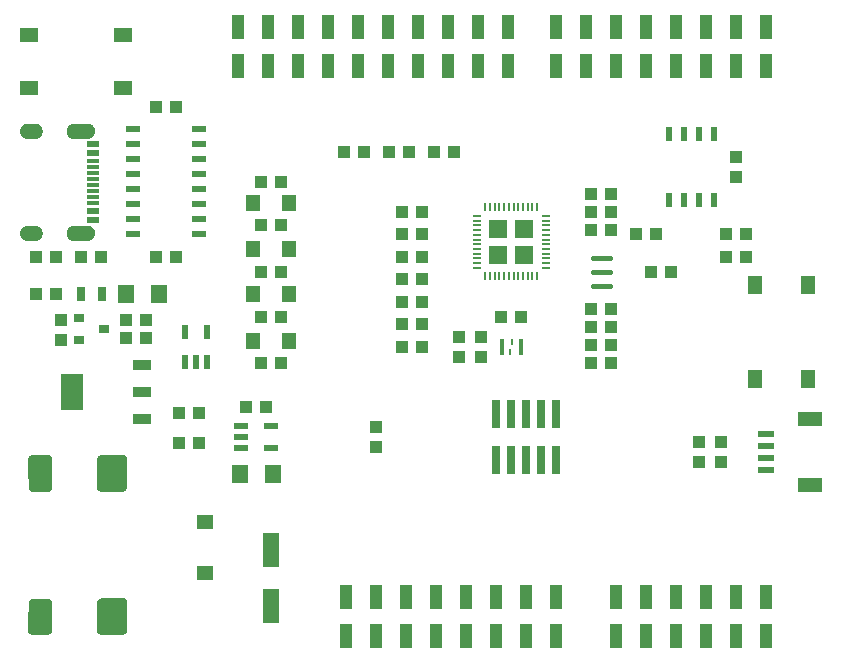
<source format=gtp>
G75*
%MOIN*%
%OFA0B0*%
%FSLAX25Y25*%
%IPPOS*%
%LPD*%
%AMOC8*
5,1,8,0,0,1.08239X$1,22.5*
%
%ADD10R,0.04331X0.03937*%
%ADD11R,0.05512X0.06299*%
%ADD12R,0.05512X0.11811*%
%ADD13R,0.03937X0.04331*%
%ADD14R,0.03543X0.03150*%
%ADD15R,0.06000X0.03200*%
%ADD16R,0.07500X0.12300*%
%ADD17R,0.03937X0.07874*%
%ADD18R,0.04724X0.05512*%
%ADD19R,0.05787X0.05000*%
%ADD20R,0.03150X0.04724*%
%ADD21C,0.02362*%
%ADD22C,0.00500*%
%ADD23R,0.04724X0.02165*%
%ADD24R,0.07874X0.04724*%
%ADD25R,0.05315X0.02362*%
%ADD26R,0.04724X0.02362*%
%ADD27R,0.02165X0.04724*%
%ADD28R,0.00787X0.02559*%
%ADD29R,0.02559X0.00787*%
%ADD30R,0.05906X0.05906*%
%ADD31R,0.02992X0.09449*%
%ADD32R,0.02362X0.04724*%
%ADD33R,0.05118X0.06102*%
%ADD34R,0.06102X0.05118*%
%ADD35C,0.01772*%
%ADD36R,0.00787X0.01969*%
%ADD37R,0.01575X0.05512*%
%ADD38R,0.04000X0.01181*%
%ADD39R,0.04000X0.02362*%
%ADD40R,0.04000X0.02165*%
%ADD41C,0.00039*%
D10*
X0133550Y0161522D03*
X0140243Y0161522D03*
X0140243Y0171522D03*
X0133550Y0171522D03*
X0156050Y0173522D03*
X0162743Y0173522D03*
X0161050Y0188022D03*
X0167743Y0188022D03*
X0167743Y0203522D03*
X0161050Y0203522D03*
X0161050Y0218522D03*
X0167743Y0218522D03*
X0167743Y0234022D03*
X0161050Y0234022D03*
X0161050Y0248522D03*
X0167743Y0248522D03*
X0188550Y0258522D03*
X0195243Y0258522D03*
X0203550Y0258522D03*
X0210243Y0258522D03*
X0218550Y0258522D03*
X0225243Y0258522D03*
X0214743Y0238522D03*
X0208050Y0238522D03*
X0208050Y0231022D03*
X0214743Y0231022D03*
X0214743Y0223522D03*
X0208050Y0223522D03*
X0208050Y0216022D03*
X0214743Y0216022D03*
X0214743Y0208522D03*
X0208050Y0208522D03*
X0208050Y0201022D03*
X0214743Y0201022D03*
X0214743Y0193522D03*
X0208050Y0193522D03*
X0241050Y0203522D03*
X0247743Y0203522D03*
X0271050Y0206022D03*
X0277743Y0206022D03*
X0277743Y0200022D03*
X0277743Y0194022D03*
X0271050Y0194022D03*
X0271050Y0200022D03*
X0271050Y0188022D03*
X0277743Y0188022D03*
X0291050Y0218522D03*
X0297743Y0218522D03*
X0292743Y0231022D03*
X0286050Y0231022D03*
X0277743Y0232522D03*
X0277743Y0238522D03*
X0271050Y0238522D03*
X0271050Y0232522D03*
X0271050Y0244522D03*
X0277743Y0244522D03*
X0316050Y0231022D03*
X0322743Y0231022D03*
X0322743Y0223522D03*
X0316050Y0223522D03*
X0132743Y0223522D03*
X0126050Y0223522D03*
X0107743Y0223522D03*
X0101050Y0223522D03*
X0092743Y0223522D03*
X0086050Y0223522D03*
X0086050Y0211022D03*
X0092743Y0211022D03*
X0116050Y0202522D03*
X0122743Y0202522D03*
X0122743Y0196522D03*
X0116050Y0196522D03*
X0126050Y0273522D03*
X0132743Y0273522D03*
D11*
X0126908Y0211022D03*
X0115885Y0211022D03*
X0153885Y0151022D03*
X0164908Y0151022D03*
D12*
X0164396Y0125971D03*
X0164396Y0107073D03*
D13*
X0199396Y0160176D03*
X0199396Y0166869D03*
X0226896Y0190176D03*
X0226896Y0196869D03*
X0234396Y0196869D03*
X0234396Y0190176D03*
X0306896Y0161869D03*
X0306896Y0155176D03*
X0314396Y0155176D03*
X0314396Y0161869D03*
X0319396Y0250176D03*
X0319396Y0256869D03*
X0094396Y0202369D03*
X0094396Y0195676D03*
D14*
X0100459Y0195782D03*
X0100459Y0203262D03*
X0108727Y0199522D03*
D15*
X0121286Y0187532D03*
X0121286Y0178522D03*
X0121286Y0169583D03*
D16*
X0097896Y0178522D03*
D17*
X0189396Y0110018D03*
X0199396Y0110018D03*
X0209396Y0110018D03*
X0219396Y0110018D03*
X0229396Y0110018D03*
X0239396Y0110018D03*
X0249396Y0110018D03*
X0259396Y0110018D03*
X0259396Y0097026D03*
X0249396Y0097026D03*
X0239396Y0097026D03*
X0229396Y0097026D03*
X0219396Y0097026D03*
X0209396Y0097026D03*
X0199396Y0097026D03*
X0189396Y0097026D03*
X0279396Y0097026D03*
X0289396Y0097026D03*
X0299396Y0097026D03*
X0309396Y0097026D03*
X0319396Y0097026D03*
X0329396Y0097026D03*
X0329396Y0110018D03*
X0319396Y0110018D03*
X0309396Y0110018D03*
X0299396Y0110018D03*
X0289396Y0110018D03*
X0279396Y0110018D03*
X0279396Y0287026D03*
X0269396Y0287026D03*
X0259396Y0287026D03*
X0243396Y0287026D03*
X0233396Y0287026D03*
X0223396Y0287026D03*
X0213396Y0287026D03*
X0203396Y0287026D03*
X0193396Y0287026D03*
X0183396Y0287026D03*
X0173396Y0287026D03*
X0163396Y0287026D03*
X0153396Y0287026D03*
X0153396Y0300018D03*
X0163396Y0300018D03*
X0173396Y0300018D03*
X0183396Y0300018D03*
X0193396Y0300018D03*
X0203396Y0300018D03*
X0213396Y0300018D03*
X0223396Y0300018D03*
X0233396Y0300018D03*
X0243396Y0300018D03*
X0259396Y0300018D03*
X0269396Y0300018D03*
X0279396Y0300018D03*
X0289396Y0300018D03*
X0299396Y0300018D03*
X0309396Y0300018D03*
X0319396Y0300018D03*
X0329396Y0300018D03*
X0329396Y0287026D03*
X0319396Y0287026D03*
X0309396Y0287026D03*
X0299396Y0287026D03*
X0289396Y0287026D03*
D18*
X0170302Y0241522D03*
X0158491Y0241522D03*
X0158491Y0226022D03*
X0170302Y0226022D03*
X0170302Y0211022D03*
X0158491Y0211022D03*
X0158491Y0195522D03*
X0170302Y0195522D03*
D19*
X0142396Y0134987D03*
X0142396Y0118058D03*
D20*
X0107940Y0211022D03*
X0100853Y0211022D03*
D21*
X0108656Y0146420D02*
X0114168Y0146420D01*
X0108656Y0146420D02*
X0108656Y0153506D01*
X0114168Y0153506D01*
X0114168Y0146420D01*
X0114168Y0148664D02*
X0108656Y0148664D01*
X0108656Y0150908D02*
X0114168Y0150908D01*
X0114168Y0153152D02*
X0108656Y0153152D01*
X0090152Y0146420D02*
X0084640Y0146420D01*
X0084640Y0153506D01*
X0090152Y0153506D01*
X0090152Y0146420D01*
X0090152Y0148664D02*
X0084640Y0148664D01*
X0084640Y0150908D02*
X0090152Y0150908D01*
X0090152Y0153152D02*
X0084640Y0153152D01*
X0084640Y0101538D02*
X0090152Y0101538D01*
X0084640Y0101538D02*
X0084640Y0108624D01*
X0090152Y0108624D01*
X0090152Y0101538D01*
X0090152Y0103782D02*
X0084640Y0103782D01*
X0084640Y0106026D02*
X0090152Y0106026D01*
X0090152Y0108270D02*
X0084640Y0108270D01*
X0108656Y0101538D02*
X0114168Y0101538D01*
X0108656Y0101538D02*
X0108656Y0108624D01*
X0114168Y0108624D01*
X0114168Y0101538D01*
X0114168Y0103782D02*
X0108656Y0103782D01*
X0108656Y0106026D02*
X0114168Y0106026D01*
X0114168Y0108270D02*
X0108656Y0108270D01*
D22*
X0084269Y0098011D02*
X0084050Y0098189D01*
X0083876Y0098410D01*
X0083755Y0098665D01*
X0083694Y0098940D01*
X0083696Y0099222D01*
X0083696Y0105222D01*
X0091096Y0105322D01*
X0091096Y0099522D01*
X0091103Y0099184D01*
X0091035Y0098852D01*
X0090894Y0098543D01*
X0090688Y0098274D01*
X0090427Y0098058D01*
X0090125Y0097904D01*
X0089796Y0097822D01*
X0084796Y0097822D01*
X0084522Y0097887D01*
X0084269Y0098011D01*
X0084273Y0098009D02*
X0090331Y0098009D01*
X0090866Y0098507D02*
X0083830Y0098507D01*
X0083695Y0099006D02*
X0091066Y0099006D01*
X0091097Y0099504D02*
X0083696Y0099504D01*
X0083696Y0100003D02*
X0091096Y0100003D01*
X0091096Y0100501D02*
X0083696Y0100501D01*
X0083696Y0101000D02*
X0091096Y0101000D01*
X0091096Y0101498D02*
X0083696Y0101498D01*
X0083696Y0101997D02*
X0091096Y0101997D01*
X0091096Y0102496D02*
X0083696Y0102496D01*
X0083696Y0102994D02*
X0091096Y0102994D01*
X0091096Y0103493D02*
X0083696Y0103493D01*
X0083696Y0103991D02*
X0091096Y0103991D01*
X0091096Y0104490D02*
X0083696Y0104490D01*
X0083696Y0104988D02*
X0091096Y0104988D01*
X0106696Y0104988D02*
X0116096Y0104988D01*
X0116096Y0104490D02*
X0106696Y0104490D01*
X0106696Y0103991D02*
X0116096Y0103991D01*
X0116096Y0103493D02*
X0106696Y0103493D01*
X0106696Y0102994D02*
X0116096Y0102994D01*
X0116096Y0102496D02*
X0106696Y0102496D01*
X0106696Y0101997D02*
X0116096Y0101997D01*
X0116096Y0101498D02*
X0106696Y0101498D01*
X0106696Y0101000D02*
X0116096Y0101000D01*
X0116096Y0100501D02*
X0106696Y0100501D01*
X0106696Y0100003D02*
X0116096Y0100003D01*
X0116096Y0099522D02*
X0116096Y0108106D01*
X0116058Y0108442D01*
X0115946Y0108761D01*
X0115765Y0109047D01*
X0115524Y0109285D01*
X0115237Y0109463D01*
X0114917Y0109572D01*
X0114580Y0109606D01*
X0108180Y0109538D01*
X0107849Y0109497D01*
X0107535Y0109385D01*
X0107254Y0109205D01*
X0107019Y0108968D01*
X0106843Y0108685D01*
X0106733Y0108370D01*
X0106696Y0108038D01*
X0106696Y0099222D01*
X0106694Y0098940D01*
X0106755Y0098665D01*
X0106876Y0098410D01*
X0107050Y0098189D01*
X0107269Y0098011D01*
X0107522Y0097887D01*
X0107796Y0097822D01*
X0114796Y0097822D01*
X0115125Y0097904D01*
X0115427Y0098058D01*
X0115688Y0098274D01*
X0115894Y0098543D01*
X0116035Y0098852D01*
X0116103Y0099184D01*
X0116096Y0099522D01*
X0116097Y0099504D02*
X0106696Y0099504D01*
X0106695Y0099006D02*
X0116066Y0099006D01*
X0115866Y0098507D02*
X0106830Y0098507D01*
X0107273Y0098009D02*
X0115331Y0098009D01*
X0116096Y0105487D02*
X0106696Y0105487D01*
X0106696Y0105985D02*
X0116096Y0105985D01*
X0116096Y0106484D02*
X0106696Y0106484D01*
X0106696Y0106982D02*
X0116096Y0106982D01*
X0116096Y0107481D02*
X0106696Y0107481D01*
X0106696Y0107979D02*
X0116096Y0107979D01*
X0116046Y0108478D02*
X0106771Y0108478D01*
X0107027Y0108976D02*
X0115810Y0108976D01*
X0115202Y0109475D02*
X0107786Y0109475D01*
X0108212Y0145438D02*
X0114612Y0145507D01*
X0114943Y0145547D01*
X0115257Y0145660D01*
X0115539Y0145839D01*
X0115773Y0146077D01*
X0115950Y0146360D01*
X0116059Y0146675D01*
X0116096Y0147006D01*
X0116096Y0155822D01*
X0116098Y0156104D01*
X0116038Y0156380D01*
X0115917Y0156634D01*
X0115743Y0156856D01*
X0115524Y0157033D01*
X0115271Y0157158D01*
X0114996Y0157222D01*
X0107996Y0157222D01*
X0107668Y0157140D01*
X0107365Y0156987D01*
X0107105Y0156770D01*
X0106899Y0156501D01*
X0106758Y0156193D01*
X0106689Y0155861D01*
X0106696Y0155522D01*
X0106696Y0146938D01*
X0106734Y0146602D01*
X0106847Y0146283D01*
X0107028Y0145998D01*
X0107268Y0145760D01*
X0107556Y0145582D01*
X0107876Y0145473D01*
X0108212Y0145438D01*
X0107161Y0145866D02*
X0115565Y0145866D01*
X0115951Y0146365D02*
X0106818Y0146365D01*
X0106705Y0146863D02*
X0116080Y0146863D01*
X0116096Y0147362D02*
X0106696Y0147362D01*
X0106696Y0147860D02*
X0116096Y0147860D01*
X0116096Y0148359D02*
X0106696Y0148359D01*
X0106696Y0148857D02*
X0116096Y0148857D01*
X0116096Y0149356D02*
X0106696Y0149356D01*
X0106696Y0149854D02*
X0116096Y0149854D01*
X0116096Y0150353D02*
X0106696Y0150353D01*
X0106696Y0150851D02*
X0116096Y0150851D01*
X0116096Y0151350D02*
X0106696Y0151350D01*
X0106696Y0151848D02*
X0116096Y0151848D01*
X0116096Y0152347D02*
X0106696Y0152347D01*
X0106696Y0152845D02*
X0116096Y0152845D01*
X0116096Y0153344D02*
X0106696Y0153344D01*
X0106696Y0153842D02*
X0116096Y0153842D01*
X0116096Y0154341D02*
X0106696Y0154341D01*
X0106696Y0154839D02*
X0116096Y0154839D01*
X0116096Y0155338D02*
X0106696Y0155338D01*
X0106690Y0155836D02*
X0116096Y0155836D01*
X0116048Y0156335D02*
X0106823Y0156335D01*
X0107180Y0156833D02*
X0115761Y0156833D01*
X0091098Y0156104D02*
X0091038Y0156380D01*
X0090917Y0156634D01*
X0090743Y0156856D01*
X0090524Y0157033D01*
X0090271Y0157158D01*
X0089996Y0157222D01*
X0084996Y0157222D01*
X0084668Y0157140D01*
X0084365Y0156987D01*
X0084105Y0156770D01*
X0083899Y0156501D01*
X0083758Y0156193D01*
X0083689Y0155861D01*
X0083696Y0155522D01*
X0083696Y0149722D01*
X0091096Y0149822D01*
X0091096Y0155822D01*
X0091098Y0156104D01*
X0091048Y0156335D02*
X0083823Y0156335D01*
X0083690Y0155836D02*
X0091096Y0155836D01*
X0091096Y0155338D02*
X0083696Y0155338D01*
X0083696Y0154839D02*
X0091096Y0154839D01*
X0091096Y0154341D02*
X0083696Y0154341D01*
X0083696Y0153842D02*
X0091096Y0153842D01*
X0091096Y0153344D02*
X0083696Y0153344D01*
X0083696Y0152845D02*
X0091096Y0152845D01*
X0091096Y0152347D02*
X0083696Y0152347D01*
X0083696Y0151848D02*
X0091096Y0151848D01*
X0091096Y0151350D02*
X0083696Y0151350D01*
X0083696Y0150851D02*
X0091096Y0150851D01*
X0091096Y0150353D02*
X0083696Y0150353D01*
X0083696Y0149854D02*
X0091096Y0149854D01*
X0090761Y0156833D02*
X0084180Y0156833D01*
D23*
X0154278Y0159782D03*
X0154278Y0163522D03*
X0154278Y0167262D03*
X0164515Y0167262D03*
X0164515Y0159782D03*
D24*
X0343865Y0169546D03*
X0343865Y0147499D03*
D25*
X0329396Y0152617D03*
X0329396Y0156554D03*
X0329396Y0160491D03*
X0329396Y0164428D03*
D26*
X0140420Y0231022D03*
X0140420Y0236022D03*
X0140420Y0241022D03*
X0140420Y0246022D03*
X0140420Y0251022D03*
X0140420Y0256022D03*
X0140420Y0261022D03*
X0140420Y0266022D03*
X0118373Y0266022D03*
X0118373Y0261022D03*
X0118373Y0256022D03*
X0118373Y0251022D03*
X0118373Y0246022D03*
X0118373Y0241022D03*
X0118373Y0236022D03*
X0118373Y0231022D03*
D27*
X0135656Y0198641D03*
X0143136Y0198641D03*
X0143136Y0188404D03*
X0139396Y0188404D03*
X0135656Y0188404D03*
D28*
X0235735Y0217007D03*
X0237310Y0217007D03*
X0238885Y0217007D03*
X0240459Y0217007D03*
X0242034Y0217007D03*
X0243609Y0217007D03*
X0245184Y0217007D03*
X0246759Y0217007D03*
X0248333Y0217007D03*
X0249908Y0217007D03*
X0251483Y0217007D03*
X0253058Y0217007D03*
X0253058Y0240038D03*
X0251483Y0240038D03*
X0249908Y0240038D03*
X0248333Y0240038D03*
X0246759Y0240038D03*
X0245184Y0240038D03*
X0243609Y0240038D03*
X0242034Y0240038D03*
X0240459Y0240038D03*
X0238885Y0240038D03*
X0237310Y0240038D03*
X0235735Y0240038D03*
D29*
X0232881Y0237184D03*
X0232881Y0235609D03*
X0232881Y0234034D03*
X0232881Y0232459D03*
X0232881Y0230885D03*
X0232881Y0229310D03*
X0232881Y0227735D03*
X0232881Y0226160D03*
X0232881Y0224585D03*
X0232881Y0223010D03*
X0232881Y0221436D03*
X0232881Y0219861D03*
X0255912Y0219861D03*
X0255912Y0221436D03*
X0255912Y0223010D03*
X0255912Y0224585D03*
X0255912Y0226160D03*
X0255912Y0227735D03*
X0255912Y0229310D03*
X0255912Y0230885D03*
X0255912Y0232459D03*
X0255912Y0234034D03*
X0255912Y0235609D03*
X0255912Y0237184D03*
D30*
X0248825Y0232951D03*
X0239967Y0232951D03*
X0239967Y0224093D03*
X0248825Y0224093D03*
D31*
X0249396Y0171199D03*
X0244396Y0171199D03*
X0239396Y0171199D03*
X0254396Y0171199D03*
X0259396Y0171199D03*
X0259396Y0155845D03*
X0254396Y0155845D03*
X0249396Y0155845D03*
X0244396Y0155845D03*
X0239396Y0155845D03*
D32*
X0296896Y0242499D03*
X0301896Y0242499D03*
X0306896Y0242499D03*
X0311896Y0242499D03*
X0311896Y0264546D03*
X0306896Y0264546D03*
X0301896Y0264546D03*
X0296896Y0264546D03*
D33*
X0325538Y0214172D03*
X0343255Y0214172D03*
X0343255Y0182873D03*
X0325538Y0182873D03*
D34*
X0115046Y0279664D03*
X0115046Y0297381D03*
X0083747Y0297381D03*
X0083747Y0279664D03*
D35*
X0271532Y0223247D02*
X0277260Y0223247D01*
X0277260Y0218522D02*
X0271532Y0218522D01*
X0271532Y0213798D02*
X0277260Y0213798D01*
D36*
X0244790Y0195294D03*
X0244003Y0191751D03*
D37*
X0241247Y0193522D03*
X0247546Y0193522D03*
D38*
X0105003Y0241633D03*
X0105003Y0243601D03*
X0105003Y0245570D03*
X0105003Y0247538D03*
X0105003Y0249507D03*
X0105003Y0251475D03*
X0105003Y0253444D03*
X0105003Y0255412D03*
D39*
X0105003Y0261219D03*
X0105003Y0235825D03*
D40*
X0105003Y0238877D03*
X0105003Y0258168D03*
D41*
X0103578Y0263229D02*
X0103136Y0263168D01*
X0098412Y0263168D01*
X0097913Y0263249D01*
X0097445Y0263438D01*
X0097030Y0263727D01*
X0096691Y0264101D01*
X0096443Y0264542D01*
X0096299Y0265026D01*
X0096266Y0265530D01*
X0096299Y0266034D01*
X0105280Y0266034D01*
X0105290Y0265996D02*
X0096296Y0265996D01*
X0096294Y0265958D02*
X0105296Y0265958D01*
X0105295Y0265975D02*
X0105322Y0265530D01*
X0105295Y0265085D01*
X0105182Y0264653D01*
X0104988Y0264252D01*
X0104718Y0263897D01*
X0104385Y0263600D01*
X0104000Y0263375D01*
X0103578Y0263229D01*
X0103584Y0263231D02*
X0098022Y0263231D01*
X0097863Y0263269D02*
X0103694Y0263269D01*
X0103803Y0263307D02*
X0097770Y0263307D01*
X0097676Y0263345D02*
X0103912Y0263345D01*
X0104013Y0263382D02*
X0097582Y0263382D01*
X0097489Y0263420D02*
X0104077Y0263420D01*
X0104142Y0263458D02*
X0097416Y0263458D01*
X0097362Y0263496D02*
X0104207Y0263496D01*
X0104271Y0263534D02*
X0097307Y0263534D01*
X0097253Y0263572D02*
X0104336Y0263572D01*
X0104395Y0263610D02*
X0097199Y0263610D01*
X0097144Y0263648D02*
X0104438Y0263648D01*
X0104481Y0263686D02*
X0097090Y0263686D01*
X0097036Y0263723D02*
X0104523Y0263723D01*
X0104566Y0263761D02*
X0096999Y0263761D01*
X0096965Y0263799D02*
X0104609Y0263799D01*
X0104651Y0263837D02*
X0096931Y0263837D01*
X0096896Y0263875D02*
X0104694Y0263875D01*
X0104731Y0263913D02*
X0096862Y0263913D01*
X0096827Y0263951D02*
X0104759Y0263951D01*
X0104788Y0263989D02*
X0096793Y0263989D01*
X0096759Y0264026D02*
X0104817Y0264026D01*
X0104845Y0264064D02*
X0096724Y0264064D01*
X0096690Y0264102D02*
X0104874Y0264102D01*
X0104903Y0264140D02*
X0096669Y0264140D01*
X0096647Y0264178D02*
X0104931Y0264178D01*
X0104960Y0264216D02*
X0096626Y0264216D01*
X0096605Y0264254D02*
X0104988Y0264254D01*
X0105007Y0264292D02*
X0096583Y0264292D01*
X0096562Y0264330D02*
X0105025Y0264330D01*
X0105044Y0264367D02*
X0096541Y0264367D01*
X0096519Y0264405D02*
X0105062Y0264405D01*
X0105080Y0264443D02*
X0096498Y0264443D01*
X0096477Y0264481D02*
X0105099Y0264481D01*
X0105117Y0264519D02*
X0096455Y0264519D01*
X0096438Y0264557D02*
X0105135Y0264557D01*
X0105154Y0264595D02*
X0096427Y0264595D01*
X0096416Y0264633D02*
X0105172Y0264633D01*
X0105187Y0264670D02*
X0096404Y0264670D01*
X0096393Y0264708D02*
X0105197Y0264708D01*
X0105207Y0264746D02*
X0096382Y0264746D01*
X0096371Y0264784D02*
X0105217Y0264784D01*
X0105226Y0264822D02*
X0096359Y0264822D01*
X0096348Y0264860D02*
X0105236Y0264860D01*
X0105246Y0264898D02*
X0096337Y0264898D01*
X0096326Y0264936D02*
X0105256Y0264936D01*
X0105266Y0264974D02*
X0096314Y0264974D01*
X0096303Y0265011D02*
X0105276Y0265011D01*
X0105286Y0265049D02*
X0096297Y0265049D01*
X0096295Y0265087D02*
X0105295Y0265087D01*
X0105298Y0265125D02*
X0096292Y0265125D01*
X0096290Y0265163D02*
X0105300Y0265163D01*
X0105302Y0265201D02*
X0096288Y0265201D01*
X0096285Y0265239D02*
X0105304Y0265239D01*
X0105306Y0265277D02*
X0096283Y0265277D01*
X0096280Y0265314D02*
X0105309Y0265314D01*
X0105311Y0265352D02*
X0096278Y0265352D01*
X0096275Y0265390D02*
X0105313Y0265390D01*
X0105315Y0265428D02*
X0096273Y0265428D01*
X0096271Y0265466D02*
X0105318Y0265466D01*
X0105320Y0265504D02*
X0096268Y0265504D01*
X0096267Y0265542D02*
X0105321Y0265542D01*
X0105319Y0265580D02*
X0096270Y0265580D01*
X0096272Y0265617D02*
X0105316Y0265617D01*
X0105314Y0265655D02*
X0096274Y0265655D01*
X0096277Y0265693D02*
X0105312Y0265693D01*
X0105310Y0265731D02*
X0096279Y0265731D01*
X0096282Y0265769D02*
X0105307Y0265769D01*
X0105305Y0265807D02*
X0096284Y0265807D01*
X0096287Y0265845D02*
X0105303Y0265845D01*
X0105301Y0265883D02*
X0096289Y0265883D01*
X0096291Y0265921D02*
X0105298Y0265921D01*
X0105295Y0265975D02*
X0105182Y0266407D01*
X0104988Y0266808D01*
X0104718Y0267164D01*
X0104385Y0267460D01*
X0104000Y0267685D01*
X0103578Y0267831D01*
X0103136Y0267892D01*
X0098412Y0267892D01*
X0097913Y0267812D01*
X0097445Y0267622D01*
X0097030Y0267333D01*
X0096691Y0266959D01*
X0096443Y0266519D01*
X0096299Y0266034D01*
X0096310Y0266072D02*
X0105270Y0266072D01*
X0105260Y0266110D02*
X0096321Y0266110D01*
X0096332Y0266148D02*
X0105250Y0266148D01*
X0105240Y0266186D02*
X0096344Y0266186D01*
X0096355Y0266224D02*
X0105230Y0266224D01*
X0105220Y0266261D02*
X0096366Y0266261D01*
X0096377Y0266299D02*
X0105210Y0266299D01*
X0105201Y0266337D02*
X0096389Y0266337D01*
X0096400Y0266375D02*
X0105191Y0266375D01*
X0105179Y0266413D02*
X0096411Y0266413D01*
X0096422Y0266451D02*
X0105161Y0266451D01*
X0105143Y0266489D02*
X0096434Y0266489D01*
X0096447Y0266527D02*
X0105124Y0266527D01*
X0105106Y0266565D02*
X0096468Y0266565D01*
X0096490Y0266602D02*
X0105087Y0266602D01*
X0105069Y0266640D02*
X0096511Y0266640D01*
X0096532Y0266678D02*
X0105051Y0266678D01*
X0105032Y0266716D02*
X0096554Y0266716D01*
X0096575Y0266754D02*
X0105014Y0266754D01*
X0104996Y0266792D02*
X0096596Y0266792D01*
X0096618Y0266830D02*
X0104971Y0266830D01*
X0104943Y0266868D02*
X0096639Y0266868D01*
X0096660Y0266905D02*
X0104914Y0266905D01*
X0104885Y0266943D02*
X0096682Y0266943D01*
X0096711Y0266981D02*
X0104857Y0266981D01*
X0104828Y0267019D02*
X0096745Y0267019D01*
X0096780Y0267057D02*
X0104799Y0267057D01*
X0104770Y0267095D02*
X0096814Y0267095D01*
X0096848Y0267133D02*
X0104742Y0267133D01*
X0104711Y0267171D02*
X0096883Y0267171D01*
X0096917Y0267209D02*
X0104668Y0267209D01*
X0104625Y0267246D02*
X0096952Y0267246D01*
X0096986Y0267284D02*
X0104583Y0267284D01*
X0104540Y0267322D02*
X0097020Y0267322D01*
X0097069Y0267360D02*
X0104497Y0267360D01*
X0104455Y0267398D02*
X0097123Y0267398D01*
X0097178Y0267436D02*
X0104412Y0267436D01*
X0104361Y0267474D02*
X0097232Y0267474D01*
X0097286Y0267512D02*
X0104297Y0267512D01*
X0104232Y0267549D02*
X0097341Y0267549D01*
X0097395Y0267587D02*
X0104167Y0267587D01*
X0104103Y0267625D02*
X0097452Y0267625D01*
X0097546Y0267663D02*
X0104038Y0267663D01*
X0103955Y0267701D02*
X0097639Y0267701D01*
X0097733Y0267739D02*
X0103846Y0267739D01*
X0103736Y0267777D02*
X0097827Y0267777D01*
X0097931Y0267815D02*
X0103627Y0267815D01*
X0103426Y0267852D02*
X0098165Y0267852D01*
X0098400Y0267890D02*
X0103151Y0267890D01*
X0103318Y0263193D02*
X0098257Y0263193D01*
X0087833Y0265068D02*
X0087696Y0264623D01*
X0087475Y0264214D01*
X0087179Y0263856D01*
X0086818Y0263562D01*
X0086407Y0263345D01*
X0085962Y0263212D01*
X0085499Y0263168D01*
X0083136Y0263168D01*
X0082678Y0263215D01*
X0082237Y0263351D01*
X0081831Y0263570D01*
X0081476Y0263864D01*
X0081185Y0264222D01*
X0080969Y0264629D01*
X0080837Y0265071D01*
X0080794Y0265530D01*
X0080851Y0266054D01*
X0081023Y0266552D01*
X0081301Y0266999D01*
X0081672Y0267373D01*
X0082117Y0267655D01*
X0082613Y0267831D01*
X0083136Y0267892D01*
X0085499Y0267892D01*
X0086027Y0267835D01*
X0086529Y0267662D01*
X0086980Y0267381D01*
X0087357Y0267007D01*
X0087641Y0266558D01*
X0087819Y0266058D01*
X0087881Y0265530D01*
X0087833Y0265068D01*
X0087835Y0265087D02*
X0080836Y0265087D01*
X0080832Y0265125D02*
X0087839Y0265125D01*
X0087843Y0265163D02*
X0080829Y0265163D01*
X0080825Y0265201D02*
X0087847Y0265201D01*
X0087851Y0265239D02*
X0080821Y0265239D01*
X0080818Y0265277D02*
X0087855Y0265277D01*
X0087858Y0265314D02*
X0080814Y0265314D01*
X0080811Y0265352D02*
X0087862Y0265352D01*
X0087866Y0265390D02*
X0080807Y0265390D01*
X0080804Y0265428D02*
X0087870Y0265428D01*
X0087874Y0265466D02*
X0080800Y0265466D01*
X0080796Y0265504D02*
X0087878Y0265504D01*
X0087879Y0265542D02*
X0080795Y0265542D01*
X0080799Y0265580D02*
X0087875Y0265580D01*
X0087870Y0265617D02*
X0080803Y0265617D01*
X0080808Y0265655D02*
X0087866Y0265655D01*
X0087862Y0265693D02*
X0080812Y0265693D01*
X0080816Y0265731D02*
X0087857Y0265731D01*
X0087853Y0265769D02*
X0080820Y0265769D01*
X0080824Y0265807D02*
X0087848Y0265807D01*
X0087844Y0265845D02*
X0080828Y0265845D01*
X0080832Y0265883D02*
X0087839Y0265883D01*
X0087835Y0265921D02*
X0080836Y0265921D01*
X0080840Y0265958D02*
X0087831Y0265958D01*
X0087826Y0265996D02*
X0080845Y0265996D01*
X0080849Y0266034D02*
X0087822Y0266034D01*
X0087814Y0266072D02*
X0080857Y0266072D01*
X0080870Y0266110D02*
X0087800Y0266110D01*
X0087787Y0266148D02*
X0080883Y0266148D01*
X0080896Y0266186D02*
X0087774Y0266186D01*
X0087760Y0266224D02*
X0080909Y0266224D01*
X0080922Y0266261D02*
X0087747Y0266261D01*
X0087733Y0266299D02*
X0080935Y0266299D01*
X0080949Y0266337D02*
X0087720Y0266337D01*
X0087706Y0266375D02*
X0080962Y0266375D01*
X0080975Y0266413D02*
X0087693Y0266413D01*
X0087680Y0266451D02*
X0080988Y0266451D01*
X0081001Y0266489D02*
X0087666Y0266489D01*
X0087653Y0266527D02*
X0081014Y0266527D01*
X0081031Y0266565D02*
X0087638Y0266565D01*
X0087613Y0266602D02*
X0081054Y0266602D01*
X0081078Y0266640D02*
X0087589Y0266640D01*
X0087565Y0266678D02*
X0081101Y0266678D01*
X0081125Y0266716D02*
X0087541Y0266716D01*
X0087517Y0266754D02*
X0081148Y0266754D01*
X0081172Y0266792D02*
X0087493Y0266792D01*
X0087469Y0266830D02*
X0081196Y0266830D01*
X0081219Y0266868D02*
X0087445Y0266868D01*
X0087421Y0266905D02*
X0081243Y0266905D01*
X0081266Y0266943D02*
X0087397Y0266943D01*
X0087373Y0266981D02*
X0081290Y0266981D01*
X0081321Y0267019D02*
X0087345Y0267019D01*
X0087306Y0267057D02*
X0081359Y0267057D01*
X0081396Y0267095D02*
X0087268Y0267095D01*
X0087230Y0267133D02*
X0081434Y0267133D01*
X0081471Y0267171D02*
X0087192Y0267171D01*
X0087154Y0267209D02*
X0081509Y0267209D01*
X0081546Y0267246D02*
X0087116Y0267246D01*
X0087077Y0267284D02*
X0081584Y0267284D01*
X0081621Y0267322D02*
X0087039Y0267322D01*
X0087001Y0267360D02*
X0081659Y0267360D01*
X0081711Y0267398D02*
X0086953Y0267398D01*
X0086892Y0267436D02*
X0081771Y0267436D01*
X0081831Y0267474D02*
X0086831Y0267474D01*
X0086770Y0267512D02*
X0081890Y0267512D01*
X0081950Y0267549D02*
X0086709Y0267549D01*
X0086648Y0267587D02*
X0082010Y0267587D01*
X0082070Y0267625D02*
X0086588Y0267625D01*
X0086525Y0267663D02*
X0082139Y0267663D01*
X0082246Y0267701D02*
X0086415Y0267701D01*
X0086306Y0267739D02*
X0082353Y0267739D01*
X0082460Y0267777D02*
X0086196Y0267777D01*
X0086086Y0267815D02*
X0082566Y0267815D01*
X0082795Y0267852D02*
X0085866Y0267852D01*
X0085517Y0267890D02*
X0083119Y0267890D01*
X0080844Y0265049D02*
X0087827Y0265049D01*
X0087816Y0265011D02*
X0080855Y0265011D01*
X0080866Y0264974D02*
X0087804Y0264974D01*
X0087792Y0264936D02*
X0080878Y0264936D01*
X0080889Y0264898D02*
X0087781Y0264898D01*
X0087769Y0264860D02*
X0080900Y0264860D01*
X0080912Y0264822D02*
X0087757Y0264822D01*
X0087746Y0264784D02*
X0080923Y0264784D01*
X0080934Y0264746D02*
X0087734Y0264746D01*
X0087722Y0264708D02*
X0080946Y0264708D01*
X0080957Y0264670D02*
X0087711Y0264670D01*
X0087699Y0264633D02*
X0080968Y0264633D01*
X0080988Y0264595D02*
X0087681Y0264595D01*
X0087660Y0264557D02*
X0081008Y0264557D01*
X0081028Y0264519D02*
X0087640Y0264519D01*
X0087620Y0264481D02*
X0081048Y0264481D01*
X0081068Y0264443D02*
X0087599Y0264443D01*
X0087579Y0264405D02*
X0081088Y0264405D01*
X0081108Y0264367D02*
X0087558Y0264367D01*
X0087538Y0264330D02*
X0081128Y0264330D01*
X0081148Y0264292D02*
X0087517Y0264292D01*
X0087497Y0264254D02*
X0081168Y0264254D01*
X0081190Y0264216D02*
X0087476Y0264216D01*
X0087446Y0264178D02*
X0081220Y0264178D01*
X0081251Y0264140D02*
X0087414Y0264140D01*
X0087383Y0264102D02*
X0081282Y0264102D01*
X0081313Y0264064D02*
X0087352Y0264064D01*
X0087320Y0264026D02*
X0081344Y0264026D01*
X0081375Y0263989D02*
X0087289Y0263989D01*
X0087257Y0263951D02*
X0081405Y0263951D01*
X0081436Y0263913D02*
X0087226Y0263913D01*
X0087195Y0263875D02*
X0081467Y0263875D01*
X0081508Y0263837D02*
X0087156Y0263837D01*
X0087109Y0263799D02*
X0081554Y0263799D01*
X0081600Y0263761D02*
X0087063Y0263761D01*
X0087016Y0263723D02*
X0081646Y0263723D01*
X0081692Y0263686D02*
X0086970Y0263686D01*
X0086923Y0263648D02*
X0081737Y0263648D01*
X0081783Y0263610D02*
X0086877Y0263610D01*
X0086830Y0263572D02*
X0081829Y0263572D01*
X0081898Y0263534D02*
X0086765Y0263534D01*
X0086693Y0263496D02*
X0081968Y0263496D01*
X0082038Y0263458D02*
X0086622Y0263458D01*
X0086550Y0263420D02*
X0082108Y0263420D01*
X0082178Y0263382D02*
X0086478Y0263382D01*
X0086407Y0263345D02*
X0082257Y0263345D01*
X0082380Y0263307D02*
X0086280Y0263307D01*
X0086153Y0263269D02*
X0082503Y0263269D01*
X0082626Y0263231D02*
X0086026Y0263231D01*
X0085765Y0263193D02*
X0082892Y0263193D01*
X0083136Y0233877D02*
X0082613Y0233815D01*
X0082117Y0233639D01*
X0081672Y0233357D01*
X0081301Y0232983D01*
X0081023Y0232536D01*
X0080851Y0232038D01*
X0080794Y0231514D01*
X0080837Y0231055D01*
X0080969Y0230613D01*
X0081185Y0230206D01*
X0081476Y0229848D01*
X0081831Y0229554D01*
X0082237Y0229335D01*
X0082678Y0229199D01*
X0083136Y0229152D01*
X0085499Y0229152D01*
X0085962Y0229196D01*
X0086407Y0229329D01*
X0086818Y0229547D01*
X0087179Y0229840D01*
X0087475Y0230198D01*
X0087696Y0230607D01*
X0087833Y0231052D01*
X0087881Y0231514D01*
X0087819Y0232042D01*
X0087641Y0232543D01*
X0087357Y0232991D01*
X0086980Y0233365D01*
X0086529Y0233646D01*
X0086027Y0233819D01*
X0085499Y0233877D01*
X0083136Y0233877D01*
X0083104Y0233873D02*
X0085533Y0233873D01*
X0085882Y0233835D02*
X0082780Y0233835D01*
X0082562Y0233797D02*
X0086091Y0233797D01*
X0086201Y0233759D02*
X0082455Y0233759D01*
X0082348Y0233721D02*
X0086311Y0233721D01*
X0086420Y0233683D02*
X0082241Y0233683D01*
X0082134Y0233646D02*
X0086530Y0233646D01*
X0086590Y0233608D02*
X0082067Y0233608D01*
X0082007Y0233570D02*
X0086651Y0233570D01*
X0086712Y0233532D02*
X0081947Y0233532D01*
X0081888Y0233494D02*
X0086773Y0233494D01*
X0086834Y0233456D02*
X0081828Y0233456D01*
X0081768Y0233418D02*
X0086895Y0233418D01*
X0086955Y0233380D02*
X0081708Y0233380D01*
X0081657Y0233343D02*
X0087003Y0233343D01*
X0087041Y0233305D02*
X0081620Y0233305D01*
X0081582Y0233267D02*
X0087079Y0233267D01*
X0087117Y0233229D02*
X0081545Y0233229D01*
X0081507Y0233191D02*
X0087155Y0233191D01*
X0087194Y0233153D02*
X0081470Y0233153D01*
X0081432Y0233115D02*
X0087232Y0233115D01*
X0087270Y0233077D02*
X0081394Y0233077D01*
X0081357Y0233039D02*
X0087308Y0233039D01*
X0087346Y0233002D02*
X0081319Y0233002D01*
X0081289Y0232964D02*
X0087374Y0232964D01*
X0087398Y0232926D02*
X0081265Y0232926D01*
X0081242Y0232888D02*
X0087422Y0232888D01*
X0087446Y0232850D02*
X0081218Y0232850D01*
X0081195Y0232812D02*
X0087470Y0232812D01*
X0087494Y0232774D02*
X0081171Y0232774D01*
X0081147Y0232736D02*
X0087519Y0232736D01*
X0087543Y0232699D02*
X0081124Y0232699D01*
X0081100Y0232661D02*
X0087567Y0232661D01*
X0087591Y0232623D02*
X0081077Y0232623D01*
X0081053Y0232585D02*
X0087615Y0232585D01*
X0087639Y0232547D02*
X0081029Y0232547D01*
X0081013Y0232509D02*
X0087653Y0232509D01*
X0087667Y0232471D02*
X0081000Y0232471D01*
X0080987Y0232433D02*
X0087680Y0232433D01*
X0087694Y0232396D02*
X0080974Y0232396D01*
X0080961Y0232358D02*
X0087707Y0232358D01*
X0087720Y0232320D02*
X0080948Y0232320D01*
X0080935Y0232282D02*
X0087734Y0232282D01*
X0087747Y0232244D02*
X0080922Y0232244D01*
X0080909Y0232206D02*
X0087761Y0232206D01*
X0087774Y0232168D02*
X0080896Y0232168D01*
X0080883Y0232130D02*
X0087788Y0232130D01*
X0087801Y0232092D02*
X0080870Y0232092D01*
X0080856Y0232055D02*
X0087814Y0232055D01*
X0087822Y0232017D02*
X0080848Y0232017D01*
X0080844Y0231979D02*
X0087826Y0231979D01*
X0087831Y0231941D02*
X0080840Y0231941D01*
X0080836Y0231903D02*
X0087835Y0231903D01*
X0087840Y0231865D02*
X0080832Y0231865D01*
X0080828Y0231827D02*
X0087844Y0231827D01*
X0087848Y0231789D02*
X0080824Y0231789D01*
X0080820Y0231752D02*
X0087853Y0231752D01*
X0087857Y0231714D02*
X0080816Y0231714D01*
X0080811Y0231676D02*
X0087862Y0231676D01*
X0087866Y0231638D02*
X0080807Y0231638D01*
X0080803Y0231600D02*
X0087871Y0231600D01*
X0087875Y0231562D02*
X0080799Y0231562D01*
X0080795Y0231524D02*
X0087879Y0231524D01*
X0087878Y0231486D02*
X0080797Y0231486D01*
X0080800Y0231448D02*
X0087874Y0231448D01*
X0087870Y0231411D02*
X0080804Y0231411D01*
X0080807Y0231373D02*
X0087866Y0231373D01*
X0087862Y0231335D02*
X0080811Y0231335D01*
X0080814Y0231297D02*
X0087858Y0231297D01*
X0087854Y0231259D02*
X0080818Y0231259D01*
X0080822Y0231221D02*
X0087850Y0231221D01*
X0087847Y0231183D02*
X0080825Y0231183D01*
X0080829Y0231145D02*
X0087843Y0231145D01*
X0087839Y0231108D02*
X0080832Y0231108D01*
X0080836Y0231070D02*
X0087835Y0231070D01*
X0087827Y0231032D02*
X0080844Y0231032D01*
X0080856Y0230994D02*
X0087815Y0230994D01*
X0087804Y0230956D02*
X0080867Y0230956D01*
X0080878Y0230918D02*
X0087792Y0230918D01*
X0087780Y0230880D02*
X0080890Y0230880D01*
X0080901Y0230842D02*
X0087769Y0230842D01*
X0087757Y0230804D02*
X0080912Y0230804D01*
X0080924Y0230767D02*
X0087745Y0230767D01*
X0087734Y0230729D02*
X0080935Y0230729D01*
X0080946Y0230691D02*
X0087722Y0230691D01*
X0087710Y0230653D02*
X0080957Y0230653D01*
X0080969Y0230615D02*
X0087699Y0230615D01*
X0087680Y0230577D02*
X0080988Y0230577D01*
X0081009Y0230539D02*
X0087659Y0230539D01*
X0087639Y0230501D02*
X0081029Y0230501D01*
X0081049Y0230464D02*
X0087619Y0230464D01*
X0087598Y0230426D02*
X0081069Y0230426D01*
X0081089Y0230388D02*
X0087578Y0230388D01*
X0087557Y0230350D02*
X0081109Y0230350D01*
X0081129Y0230312D02*
X0087537Y0230312D01*
X0087516Y0230274D02*
X0081149Y0230274D01*
X0081169Y0230236D02*
X0087496Y0230236D01*
X0087475Y0230198D02*
X0081191Y0230198D01*
X0081222Y0230161D02*
X0087444Y0230161D01*
X0087413Y0230123D02*
X0081253Y0230123D01*
X0081284Y0230085D02*
X0087381Y0230085D01*
X0087350Y0230047D02*
X0081314Y0230047D01*
X0081345Y0230009D02*
X0087319Y0230009D01*
X0087287Y0229971D02*
X0081376Y0229971D01*
X0081407Y0229933D02*
X0087256Y0229933D01*
X0087225Y0229895D02*
X0081438Y0229895D01*
X0081468Y0229857D02*
X0087193Y0229857D01*
X0087154Y0229820D02*
X0081511Y0229820D01*
X0081556Y0229782D02*
X0087107Y0229782D01*
X0087061Y0229744D02*
X0081602Y0229744D01*
X0081648Y0229706D02*
X0087014Y0229706D01*
X0086968Y0229668D02*
X0081694Y0229668D01*
X0081739Y0229630D02*
X0086921Y0229630D01*
X0086874Y0229592D02*
X0081785Y0229592D01*
X0081831Y0229554D02*
X0086828Y0229554D01*
X0086762Y0229517D02*
X0081901Y0229517D01*
X0081971Y0229479D02*
X0086690Y0229479D01*
X0086618Y0229441D02*
X0082041Y0229441D01*
X0082111Y0229403D02*
X0086547Y0229403D01*
X0086475Y0229365D02*
X0082182Y0229365D01*
X0082263Y0229327D02*
X0086401Y0229327D01*
X0086274Y0229289D02*
X0082386Y0229289D01*
X0082509Y0229251D02*
X0086147Y0229251D01*
X0086020Y0229213D02*
X0082632Y0229213D01*
X0082909Y0229176D02*
X0085746Y0229176D01*
X0096299Y0231010D02*
X0096266Y0231514D01*
X0096299Y0232019D01*
X0096443Y0232503D01*
X0096691Y0232943D01*
X0097030Y0233317D01*
X0097445Y0233606D01*
X0097913Y0233796D01*
X0098412Y0233877D01*
X0103136Y0233877D01*
X0103578Y0233816D01*
X0104000Y0233670D01*
X0104385Y0233444D01*
X0104718Y0233148D01*
X0104988Y0232793D01*
X0105182Y0232391D01*
X0105295Y0231960D01*
X0105322Y0231514D01*
X0105295Y0231069D01*
X0105182Y0230638D01*
X0104988Y0230236D01*
X0096606Y0230236D01*
X0096627Y0230198D02*
X0104959Y0230198D01*
X0104930Y0230161D02*
X0096648Y0230161D01*
X0096670Y0230123D02*
X0104901Y0230123D01*
X0104873Y0230085D02*
X0096691Y0230085D01*
X0096691Y0230086D02*
X0096443Y0230526D01*
X0096299Y0231010D01*
X0096304Y0230994D02*
X0105275Y0230994D01*
X0105266Y0230956D02*
X0096315Y0230956D01*
X0096326Y0230918D02*
X0105256Y0230918D01*
X0105246Y0230880D02*
X0096337Y0230880D01*
X0096349Y0230842D02*
X0105236Y0230842D01*
X0105226Y0230804D02*
X0096360Y0230804D01*
X0096371Y0230767D02*
X0105216Y0230767D01*
X0105206Y0230729D02*
X0096382Y0230729D01*
X0096394Y0230691D02*
X0105196Y0230691D01*
X0105186Y0230653D02*
X0096405Y0230653D01*
X0096416Y0230615D02*
X0105171Y0230615D01*
X0105153Y0230577D02*
X0096427Y0230577D01*
X0096439Y0230539D02*
X0105135Y0230539D01*
X0105116Y0230501D02*
X0096456Y0230501D01*
X0096478Y0230464D02*
X0105098Y0230464D01*
X0105079Y0230426D02*
X0096499Y0230426D01*
X0096520Y0230388D02*
X0105061Y0230388D01*
X0105043Y0230350D02*
X0096542Y0230350D01*
X0096563Y0230312D02*
X0105024Y0230312D01*
X0105006Y0230274D02*
X0096584Y0230274D01*
X0096691Y0230086D02*
X0097030Y0229711D01*
X0097445Y0229422D01*
X0097913Y0229233D01*
X0098412Y0229152D01*
X0103136Y0229152D01*
X0103578Y0229213D01*
X0104000Y0229359D01*
X0104385Y0229585D01*
X0104718Y0229881D01*
X0104988Y0230236D01*
X0104844Y0230047D02*
X0096726Y0230047D01*
X0096760Y0230009D02*
X0104815Y0230009D01*
X0104787Y0229971D02*
X0096795Y0229971D01*
X0096829Y0229933D02*
X0104758Y0229933D01*
X0104729Y0229895D02*
X0096863Y0229895D01*
X0096898Y0229857D02*
X0104692Y0229857D01*
X0104649Y0229820D02*
X0096932Y0229820D01*
X0096967Y0229782D02*
X0104607Y0229782D01*
X0104564Y0229744D02*
X0097001Y0229744D01*
X0097038Y0229706D02*
X0104521Y0229706D01*
X0104479Y0229668D02*
X0097093Y0229668D01*
X0097147Y0229630D02*
X0104436Y0229630D01*
X0104393Y0229592D02*
X0097201Y0229592D01*
X0097256Y0229554D02*
X0104333Y0229554D01*
X0104268Y0229517D02*
X0097310Y0229517D01*
X0097364Y0229479D02*
X0104204Y0229479D01*
X0104139Y0229441D02*
X0097419Y0229441D01*
X0097493Y0229403D02*
X0104074Y0229403D01*
X0104010Y0229365D02*
X0097587Y0229365D01*
X0097680Y0229327D02*
X0103907Y0229327D01*
X0103798Y0229289D02*
X0097774Y0229289D01*
X0097867Y0229251D02*
X0103688Y0229251D01*
X0103579Y0229213D02*
X0098033Y0229213D01*
X0098267Y0229176D02*
X0103306Y0229176D01*
X0105285Y0231032D02*
X0096297Y0231032D01*
X0096295Y0231070D02*
X0105295Y0231070D01*
X0105297Y0231108D02*
X0096293Y0231108D01*
X0096290Y0231145D02*
X0105300Y0231145D01*
X0105302Y0231183D02*
X0096288Y0231183D01*
X0096285Y0231221D02*
X0105304Y0231221D01*
X0105306Y0231259D02*
X0096283Y0231259D01*
X0096280Y0231297D02*
X0105309Y0231297D01*
X0105311Y0231335D02*
X0096278Y0231335D01*
X0096276Y0231373D02*
X0105313Y0231373D01*
X0105315Y0231411D02*
X0096273Y0231411D01*
X0096271Y0231448D02*
X0105318Y0231448D01*
X0105320Y0231486D02*
X0096268Y0231486D01*
X0096267Y0231524D02*
X0105321Y0231524D01*
X0105319Y0231562D02*
X0096269Y0231562D01*
X0096272Y0231600D02*
X0105316Y0231600D01*
X0105314Y0231638D02*
X0096274Y0231638D01*
X0096277Y0231676D02*
X0105312Y0231676D01*
X0105310Y0231714D02*
X0096279Y0231714D01*
X0096282Y0231752D02*
X0105307Y0231752D01*
X0105305Y0231789D02*
X0096284Y0231789D01*
X0096287Y0231827D02*
X0105303Y0231827D01*
X0105301Y0231865D02*
X0096289Y0231865D01*
X0096291Y0231903D02*
X0105298Y0231903D01*
X0105296Y0231941D02*
X0096294Y0231941D01*
X0096296Y0231979D02*
X0105290Y0231979D01*
X0105280Y0232017D02*
X0096299Y0232017D01*
X0096309Y0232055D02*
X0105270Y0232055D01*
X0105260Y0232092D02*
X0096321Y0232092D01*
X0096332Y0232130D02*
X0105251Y0232130D01*
X0105241Y0232168D02*
X0096343Y0232168D01*
X0096354Y0232206D02*
X0105231Y0232206D01*
X0105221Y0232244D02*
X0096366Y0232244D01*
X0096377Y0232282D02*
X0105211Y0232282D01*
X0105201Y0232320D02*
X0096388Y0232320D01*
X0096399Y0232358D02*
X0105191Y0232358D01*
X0105180Y0232396D02*
X0096411Y0232396D01*
X0096422Y0232433D02*
X0105162Y0232433D01*
X0105143Y0232471D02*
X0096433Y0232471D01*
X0096446Y0232509D02*
X0105125Y0232509D01*
X0105107Y0232547D02*
X0096467Y0232547D01*
X0096489Y0232585D02*
X0105088Y0232585D01*
X0105070Y0232623D02*
X0096510Y0232623D01*
X0096531Y0232661D02*
X0105052Y0232661D01*
X0105033Y0232699D02*
X0096553Y0232699D01*
X0096574Y0232736D02*
X0105015Y0232736D01*
X0104996Y0232774D02*
X0096595Y0232774D01*
X0096617Y0232812D02*
X0104973Y0232812D01*
X0104944Y0232850D02*
X0096638Y0232850D01*
X0096659Y0232888D02*
X0104915Y0232888D01*
X0104887Y0232926D02*
X0096681Y0232926D01*
X0096709Y0232964D02*
X0104858Y0232964D01*
X0104829Y0233002D02*
X0096744Y0233002D01*
X0096778Y0233039D02*
X0104800Y0233039D01*
X0104772Y0233077D02*
X0096812Y0233077D01*
X0096847Y0233115D02*
X0104743Y0233115D01*
X0104713Y0233153D02*
X0096881Y0233153D01*
X0096916Y0233191D02*
X0104670Y0233191D01*
X0104627Y0233229D02*
X0096950Y0233229D01*
X0096984Y0233267D02*
X0104585Y0233267D01*
X0104542Y0233305D02*
X0097019Y0233305D01*
X0097066Y0233343D02*
X0104499Y0233343D01*
X0104457Y0233380D02*
X0097121Y0233380D01*
X0097175Y0233418D02*
X0104414Y0233418D01*
X0104364Y0233456D02*
X0097229Y0233456D01*
X0097284Y0233494D02*
X0104300Y0233494D01*
X0104235Y0233532D02*
X0097338Y0233532D01*
X0097392Y0233570D02*
X0104170Y0233570D01*
X0104106Y0233608D02*
X0097448Y0233608D01*
X0097542Y0233646D02*
X0104041Y0233646D01*
X0103960Y0233683D02*
X0097635Y0233683D01*
X0097729Y0233721D02*
X0103851Y0233721D01*
X0103741Y0233759D02*
X0097822Y0233759D01*
X0097920Y0233797D02*
X0103632Y0233797D01*
X0103438Y0233835D02*
X0098154Y0233835D01*
X0098389Y0233873D02*
X0103164Y0233873D01*
M02*

</source>
